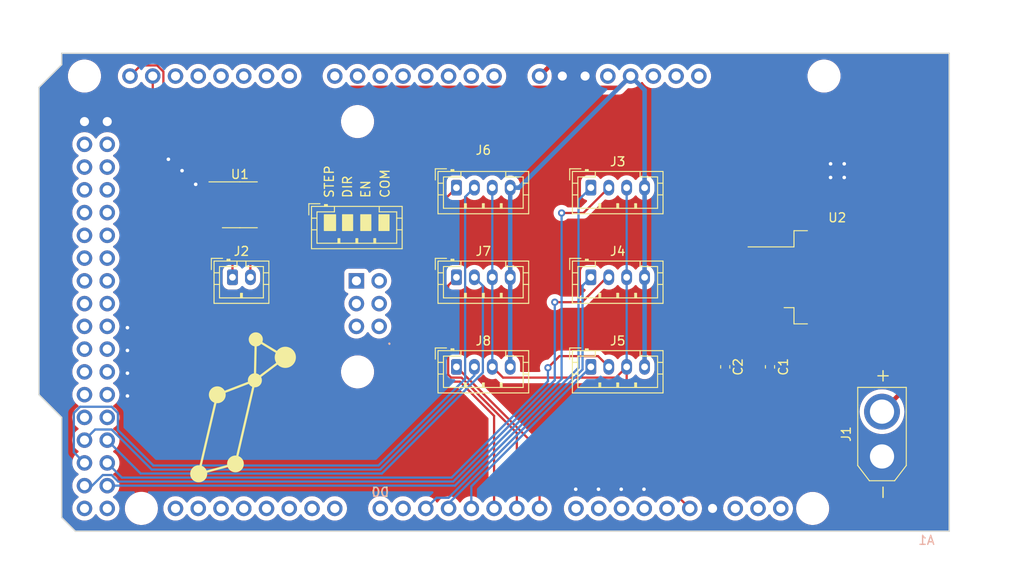
<source format=kicad_pcb>
(kicad_pcb (version 20221018) (generator pcbnew)
  (layers (0 "F.Cu" signal) (31 "B.Cu" signal) (34 "B.Paste" user) (35 "F.Paste" user) (36 "B.SilkS" user "B.Silkscreen") (37 "F.SilkS" user "F.Silkscreen") (38 "B.Mask" user) (39 "F.Mask" user) (44 "Edge.Cuts" user))
  (net 0 "")
  (net 1 "GND")
  (net 2 "Net-(U2-OUT)")
  (net 3 "Net-(A1-CANTX)")
  (net 4 "Net-(A1-3.3V)")
  (net 5 "Net-(A1-CANRX)")
  (net 7 "Net-(U1-CANL)")
  (net 8 "Net-(U1-CANH)")
  (net 10 "Net-(A1-PadD2)")
  (net 11 "Net-(A1-PadD22)")
  (net 12 "Net-(A1-PadD13)")
  (net 13 "Net-(A1-PadD3)")
  (net 14 "Net-(A1-PadD23)")
  (net 15 "Net-(A1-D4_CS1)")
  (net 16 "Net-(A1-PadD24)")
  (net 17 "Net-(A1-PadD5)")
  (net 18 "Net-(A1-PadD25)")
  (net 19 "Net-(A1-PadD6)")
  (net 20 "Net-(A1-PadD26)")
  (net 21 "Net-(A1-PadD7)")
  (net 22 "Net-(A1-PadD27)")
  (net 92 "Net-(J1-Pin_2)")
  (footprint "Connector_JST:JST_PH_B4B-PH-K_1x04_P2.00mm_Vertical" (layer "F.Cu") (at 70 40)
    (fp_text reference "J6" (at 3 -4.186) (layer "F.SilkS"))
    (fp_text value "Motor 4")
    (pad "1" thru_hole roundrect (at 0 0) (size 1.2 1.75) (drill 0.75) (layers "*.Cu" "*.Mask") (roundrect_rratio 0.208333) (net 17 "Net-(A1-PadD5)"))
    (pad "2" thru_hole oval (at 2 0) (size 1.2 1.75) (drill 0.75) (layers "*.Cu" "*.Mask") (net 18 "Net-(A1-PadD25)"))
    (pad "3" thru_hole oval (at 4 0) (size 1.2 1.75) (drill 0.75) (layers "*.Cu" "*.Mask") (net 12 "Net-(A1-PadD13)"))
    (pad "4" thru_hole oval (at 6 0) (size 1.2 1.75) (drill 0.75) (layers "*.Cu" "*.Mask") (net 4 "Net-(A1-3.3V)"))
  )
  (footprint "Connector_JST:JST_PH_B4B-PH-K_1x04_P2.00mm_Vertical" (layer "F.Cu") (at 70 60)
    (fp_text reference "J8" (at 3 -2.9) (layer "F.SilkS"))
    (fp_text value "Motor 6")
    (pad "1" thru_hole roundrect (at 0 0) (size 1.2 1.75) (drill 0.75) (layers "*.Cu" "*.Mask") (roundrect_rratio 0.208333) (net 21 "Net-(A1-PadD7)"))
    (pad "2" thru_hole oval (at 2 0) (size 1.2 1.75) (drill 0.75) (layers "*.Cu" "*.Mask") (net 22 "Net-(A1-PadD27)"))
    (pad "3" thru_hole oval (at 4 0) (size 1.2 1.75) (drill 0.75) (layers "*.Cu" "*.Mask") (net 12 "Net-(A1-PadD13)"))
    (pad "4" thru_hole oval (at 6 0) (size 1.2 1.75) (drill 0.75) (layers "*.Cu" "*.Mask") (net 4 "Net-(A1-3.3V)"))
  )
  (footprint "Capacitor_SMD:C_0603_1608Metric_Pad1.08x0.95mm_HandSolder" (layer "F.Cu") (at 100 60 -90)
    (fp_text reference "C2" (at 0 -1.43 90) (layer "F.SilkS"))
    (fp_text value "1u")
    (pad "1" smd roundrect (at -0.8625 0 270) (size 1.075 0.95) (layers "F.Cu" "F.Paste" "F.Mask") (net 2 "Net-(U2-OUT)"))
    (pad "2" smd roundrect (at 0.8625 0 270) (size 1.075 0.95) (layers "F.Cu" "F.Paste" "F.Mask") (net 1 "GND"))
  )
  (footprint "Connector_JST:JST_PH_B4B-PH-K_1x04_P2.00mm_Vertical" (layer "F.Cu") (at 55.88 43.9)
    (fp_text reference "" (at 3 -4.186) (layer "F.SilkS"))
    (fp_text value "")
    (fp_text user "EN" (at 4.572 -2.667 90 unlocked) (layer "F.SilkS") (effects (justify left bottom)))
    (fp_text user "COM" (at 6.731 -2.667 90 unlocked) (layer "F.SilkS") (effects (justify left bottom)))
    (fp_text user "STEP" (at 0.508 -2.667 90 unlocked) (layer "F.SilkS") (effects (justify left bottom)))
    (fp_text user "DIR" (at 2.54 -2.667 90 unlocked) (layer "F.SilkS") (effects (justify left bottom)))
  )
  (footprint "Package_SO:SOIC-8_3.9x4.9mm_P1.27mm" (layer "F.Cu") (at 45.8216 41.91)
    (fp_text reference "U1" (at 0 -3.4) (layer "F.SilkS"))
    (fp_text value "SN65HVD232")
    (pad "1" smd roundrect (at -2.475 -1.905) (size 1.95 0.6) (layers "F.Cu" "F.Paste" "F.Mask") (net 3 "Net-(A1-CANTX)"))
    (pad "2" smd roundrect (at -2.475 -0.635) (size 1.95 0.6) (layers "F.Cu" "F.Paste" "F.Mask") (net 1 "GND"))
    (pad "3" smd roundrect (at -2.475 0.635) (size 1.95 0.6) (layers "F.Cu" "F.Paste" "F.Mask") (net 4 "Net-(A1-3.3V)"))
    (pad "4" smd roundrect (at -2.475 1.905) (size 1.95 0.6) (layers "F.Cu" "F.Paste" "F.Mask") (net 5 "Net-(A1-CANRX)"))
    (pad "5" smd roundrect (at 2.475 1.905) (size 1.95 0.6) (layers "F.Cu" "F.Paste" "F.Mask"))
    (pad "6" smd roundrect (at 2.475 0.635) (size 1.95 0.6) (layers "F.Cu" "F.Paste" "F.Mask") (net 7 "Net-(U1-CANL)"))
    (pad "7" smd roundrect (at 2.475 -0.635) (size 1.95 0.6) (layers "F.Cu" "F.Paste" "F.Mask") (net 8 "Net-(U1-CANH)"))
    (pad "8" smd roundrect (at 2.475 -1.905) (size 1.95 0.6) (layers "F.Cu" "F.Paste" "F.Mask"))
  )
  (footprint "clipboard:a981ba70-b877-4e0c-89a4-b6b433d38724" (layer "F.Cu") (at 67.056 37.846)
    (fp_text reference "" (at 0 0) (layer "F.SilkS") (effects (font (size 1.27 1.27))))
    (fp_text value "" (at 0 0) (layer "F.SilkS") (effects (font (size 1.27 1.27))))
  )
  (footprint "Connector_JST:JST_PH_B4B-PH-K_1x04_P2.00mm_Vertical" (layer "F.Cu") (at 85 60)
    (fp_text reference "J5" (at 3 -2.9) (layer "F.SilkS"))
    (fp_text value "Motor 3")
    (pad "1" thru_hole roundrect (at 0 0) (size 1.2 1.75) (drill 0.75) (layers "*.Cu" "*.Mask") (roundrect_rratio 0.208333) (net 15 "Net-(A1-D4_CS1)"))
    (pad "2" thru_hole oval (at 2 0) (size 1.2 1.75) (drill 0.75) (layers "*.Cu" "*.Mask") (net 16 "Net-(A1-PadD24)"))
    (pad "3" thru_hole oval (at 4 0) (size 1.2 1.75) (drill 0.75) (layers "*.Cu" "*.Mask") (net 12 "Net-(A1-PadD13)"))
    (pad "4" thru_hole oval (at 6 0) (size 1.2 1.75) (drill 0.75) (layers "*.Cu" "*.Mask") (net 4 "Net-(A1-3.3V)"))
  )
  (footprint "arduino-library:Arduino_Due_Shield" (layer "F.Cu") (at 125 25 180)
    (fp_text reference "A1" (at 2.54 -54.356) (layer "B.SilkS") (effects (justify mirror)))
    (fp_text value "Arduino_Due_Shield")
    (fp_text user "D0" (at 63.5 -48.895 180 unlocked) (layer "B.SilkS") (effects (justify mirror)))
    (fp_text user "." (at 62.484 -32.004) (layer "B.SilkS"))
    (fp_text user "." (at 62.484 -32.004) (layer "F.SilkS"))
    (fp_text user "D0" (at 63.5 -48.895 180 unlocked) (layer "F.SilkS"))
    (fp_line (start 0 -53.34) (end 0 0) (stroke (width 0.15)) (layer "Edge.Cuts"))
    (fp_line (start 0 -53.34) (end 97.536 -53.34) (stroke (width 0.15)) (layer "Edge.Cuts"))
    (fp_line (start 0 0) (end 99.06 0) (stroke (width 0.15)) (layer "Edge.Cuts"))
    (fp_line (start 97.536 -53.34) (end 99.06 -51.816) (stroke (width 0.15)) (layer "Edge.Cuts"))
    (fp_line (start 99.06 -40.64) (end 99.06 -51.816) (stroke (width 0.15)) (layer "Edge.Cuts"))
    (fp_line (start 99.06 -1.27) (end 101.6 -3.81) (stroke (width 0.15)) (layer "Edge.Cuts"))
    (fp_line (start 99.06 0) (end 99.06 -1.27) (stroke (width 0.15)) (layer "Edge.Cuts"))
    (fp_line (start 101.6 -38.1) (end 99.06 -40.64) (stroke (width 0.15)) (layer "Edge.Cuts"))
    (fp_line (start 101.6 -3.81) (end 101.6 -38.1) (stroke (width 0.15)) (layer "Edge.Cuts"))
    (pad "" np_thru_hole circle (at 13.97 -2.54 180) (size 3.2 3.2) (drill 3.2) (layers "*.Cu" "*.Mask"))
    (pad "" np_thru_hole circle (at 15.24 -50.8 180) (size 3.2 3.2) (drill 3.2) (layers "*.Cu" "*.Mask"))
    (pad "" thru_hole oval (at 27.94 -2.54 180) (size 1.7272 1.7272) (drill 1.016) (layers "*.Cu" "*.Mask"))
    (pad "" np_thru_hole circle (at 66.04 -35.56 180) (size 3.2 3.2) (drill 3.2) (layers "*.Cu" "*.Mask"))
    (pad "" np_thru_hole circle (at 66.04 -7.62 180) (size 3.2 3.2) (drill 3.2) (layers "*.Cu" "*.Mask"))
    (pad "" np_thru_hole circle (at 90.17 -50.8 180) (size 3.2 3.2) (drill 3.2) (layers "*.Cu" "*.Mask"))
    (pad "" np_thru_hole circle (at 96.52 -2.54 180) (size 3.2 3.2) (drill 3.2) (layers "*.Cu" "*.Mask"))
    (pad "3V3" thru_hole oval (at 35.56 -2.54 180) (size 1.7272 1.7272) (drill 1.016) (layers "*.Cu" "*.Mask") (net 4 "Net-(A1-3.3V)"))
    (pad "5V1" thru_hole oval (at 38.1 -2.54 180) (size 1.7272 1.7272) (drill 1.016) (layers "*.Cu" "*.Mask"))
    (pad "5V2" thru_hole oval (at 66.167 -30.48 180) (size 1.7272 1.7272) (drill 1.016) (layers "*.Cu" "*.Mask"))
    (pad "5V3" thru_hole oval (at 93.98 -50.8 180) (size 1.7272 1.7272) (drill 1.016) (layers "*.Cu" "*.Mask"))
    (pad "5V4" thru_hole oval (at 96.52 -50.8 180) (size 1.7272 1.7272) (drill 1.016) (layers "*.Cu" "*.Mask"))
    (pad "A0" thru_hole oval (at 50.8 -2.54 180) (size 1.7272 1.7272) (drill 1.016) (layers "*.Cu" "*.Mask"))
    (pad "A1" thru_hole oval (at 53.34 -2.54 180) (size 1.7272 1.7272) (drill 1.016) (layers "*.Cu" "*.Mask"))
    (pad "A2" thru_hole oval (at 55.88 -2.54 180) (size 1.7272 1.7272) (drill 1.016) (layers "*.Cu" "*.Mask"))
    (pad "A3" thru_hole oval (at 58.42 -2.54 180) (size 1.7272 1.7272) (drill 1.016) (layers "*.Cu" "*.Mask"))
    (pad "A4" thru_hole oval (at 60.96 -2.54 180) (size 1.7272 1.7272) (drill 1.016) (layers "*.Cu" "*.Mask"))
    (pad "A5" thru_hole oval (at 63.5 -2.54 180) (size 1.7272 1.7272) (drill 1.016) (layers "*.Cu" "*.Mask"))
    (pad "A6" thru_hole oval (at 66.04 -2.54 180) (size 1.7272 1.7272) (drill 1.016) (layers "*.Cu" "*.Mask"))
    (pad "A7" thru_hole oval (at 68.58 -2.54 180) (size 1.7272 1.7272) (drill 1.016) (layers "*.Cu" "*.Mask"))
    (pad "A8" thru_hole oval (at 73.66 -2.54 180) (size 1.7272 1.7272) (drill 1.016) (layers "*.Cu" "*.Mask"))
    (pad "A9" thru_hole oval (at 76.2 -2.54 180) (size 1.7272 1.7272) (drill 1.016) (layers "*.Cu" "*.Mask"))
    (pad "A10" thru_hole oval (at 78.74 -2.54 180) (size 1.7272 1.7272) (drill 1.016) (layers "*.Cu" "*.Mask"))
    (pad "A11" thru_hole oval (at 81.28 -2.54 180) (size 1.7272 1.7272) (drill 1.016) (layers "*.Cu" "*.Mask"))
    (pad "AREF" thru_hole oval (at 23.876 -50.8 180) (size 1.7272 1.7272) (drill 1.016) (layers "*.Cu" "*.Mask"))
    (pad "CANR" thru_hole oval (at 88.9 -2.54 180) (size 1.7272 1.7272) (drill 1.016) (layers "*.Cu" "*.Mask") (net 5 "Net-(A1-CANRX)"))
    (pad "CANT" thru_hole oval (at 91.44 -2.54 180) (size 1.7272 1.7272) (drill 1.016) (layers "*.Cu" "*.Mask") (net 3 "Net-(A1-CANTX)"))
    (pad "D0" thru_hole oval (at 63.5 -50.8 180) (size 1.7272 1.7272) (drill 1.016) (layers "*.Cu" "*.Mask"))
    (pad "D1" thru_hole oval (at 60.96 -50.8 180) (size 1.7272 1.7272) (drill 1.016) (layers "*.Cu" "*.Mask"))
    (pad "D2" thru_hole oval (at 58.42 -50.8 180) (size 1.7272 1.7272) (drill 1.016) (layers "*.Cu" "*.Mask") (net 10 "Net-(A1-PadD2)"))
    (pad "D3" thru_hole oval (at 55.88 -50.8 180) (size 1.7272 1.7272) (drill 1.016) (layers "*.Cu" "*.Mask") (net 13 "Net-(A1-PadD3)"))
    (pad "D4" thru_hole oval (at 53.34 -50.8 180) (size 1.7272 1.7272) (drill 1.016) (layers "*.Cu" "*.Mask") (net 15 "Net-(A1-D4_CS1)"))
    (pad "D5" thru_hole oval (at 50.8 -50.8 180) (size 1.7272 1.7272) (drill 1.016) (layers "*.Cu" "*.Mask") (net 17 "Net-(A1-PadD5)"))
    (pad "D6" thru_hole oval (at 48.26 -50.8 180) (size 1.7272 1.7272) (drill 1.016) (layers "*.Cu" "*.Mask") (net 19 "Net-(A1-PadD6)"))
    (pad "D7" thru_hole oval (at 45.72 -50.8 180) (size 1.7272 1.7272) (drill 1.016) (layers "*.Cu" "*.Mask") (net 21 "Net-(A1-PadD7)"))
    (pad "D8" thru_hole oval (at 41.656 -50.8 180) (size 1.7272 1.7272) (drill 1.016) (layers "*.Cu" "*.Mask"))
    (pad "D9" thru_hole oval (at 39.116 -50.8 180) (size 1.7272 1.7272) (drill 1.016) (layers "*.Cu" "*.Mask"))
    (pad "D10" thru_hole oval (at 36.576 -50.8 180) (size 1.7272 1.7272) (drill 1.016) (layers "*.Cu" "*.Mask"))
    (pad "D11" thru_hole oval (at 34.036 -50.8 180) (size 1.7272 1.7272) (drill 1.016) (layers "*.Cu" "*.Mask"))
    (pad "D12" thru_hole oval (at 31.496 -50.8 180) (size 1.7272 1.7272) (drill 1.016) (layers "*.Cu" "*.Mask"))
    (pad "D13" thru_hole oval (at 28.956 -50.8 180) (size 1.7272 1.7272) (drill 1.016) (layers "*.Cu" "*.Mask") (net 12 "Net-(A1-PadD13)"))
    (pad "D14" thru_hole oval (at 68.58 -50.8 180) (size 1.7272 1.7272) (drill 1.016) (layers "*.Cu" "*.Mask"))
    (pad "D15" thru_hole oval (at 71.12 -50.8 180) (size 1.7272 1.7272) (drill 1.016) (layers "*.Cu" "*.Mask"))
    (pad "D16" thru_hole oval (at 73.66 -50.8 180) (size 1.7272 1.7272) (drill 1.016) (layers "*.Cu" "*.Mask"))
    (pad "D17" thru_hole oval (at 76.2 -50.8 180) (size 1.7272 1.7272) (drill 1.016) (layers "*.Cu" "*.Mask"))
    (pad "D18" thru_hole oval (at 78.74 -50.8 180) (size 1.7272 1.7272) (drill 1.016) (layers "*.Cu" "*.Mask"))
    (pad "D19" thru_hole oval (at 81.28 -50.8 180) (size 1.7272 1.7272) (drill 1.016) (layers "*.Cu" "*.Mask"))
    (pad "D20" thru_hole oval (at 83.82 -50.8 180) (size 1.7272 1.7272) (drill 1.016) (layers "*.Cu" "*.Mask"))
    (pad "D21" thru_hole oval (at 86.36 -50.8 180) (size 1.7272 1.7272) (drill 1.016) (layers "*.Cu" "*.Mask"))
    (pad "D22" thru_hole oval (at 93.98 -48.26 180) (size 1.7272 1.7272) (drill 1.016) (layers "*.Cu" "*.Mask") (net 11 "Net-(A1-PadD22)"))
    (pad "D23" thru_hole oval (at 96.52 -48.26 180) (size 1.7272 1.7272) (drill 1.016) (layers "*.Cu" "*.Mask") (net 14 "Net-(A1-PadD23)"))
    (pad "D24" thru_hole oval (at 93.98 -45.72 180) (size 1.7272 1.7272) (drill 1.016) (layers "*.Cu" "*.Mask") (net 16 "Net-(A1-PadD24)"))
    (pad "D25" thru_hole oval (at 96.52 -45.72 180) (size 1.7272 1.7272) (drill 1.016) (layers "*.Cu" "*.Mask") (net 18 "Net-(A1-PadD25)"))
    (pad "D26" thru_hole oval (at 93.98 -43.18 180) (size 1.7272 1.7272) (drill 1.016) (layers "*.Cu" "*.Mask") (net 20 "Net-(A1-PadD26)"))
    (pad "D27" thru_hole oval (at 96.52 -43.18 180) (size 1.7272 1.7272) (drill 1.016) (layers "*.Cu" "*.Mask") (net 22 "Net-(A1-PadD27)"))
    (pad "D28" thru_hole oval (at 93.98 -40.64 180) (size 1.7272 1.7272) (drill 1.016) (layers "*.Cu" "*.Mask"))
    (pad "D29" thru_hole oval (at 96.52 -40.64 180) (size 1.7272 1.7272) (drill 1.016) (layers "*.Cu" "*.Mask"))
    (pad "D30" thru_hole oval (at 93.98 -38.1 180) (size 1.7272 1.7272) (drill 1.016) (layers "*.Cu" "*.Mask"))
    (pad "D31" thru_hole oval (at 96.52 -38.1 180) (size 1.7272 1.7272) (drill 1.016) (layers "*.Cu" "*.Mask"))
    (pad "D32" thru_hole oval (at 93.98 -35.56 180) (size 1.7272 1.7272) (drill 1.016) (layers "*.Cu" "*.Mask"))
    (pad "D33" thru_hole oval (at 96.52 -35.56 180) (size 1.7272 1.7272) (drill 1.016) (layers "*.Cu" "*.Mask"))
    (pad "D34" thru_hole oval (at 93.98 -33.02 180) (size 1.7272 1.7272) (drill 1.016) (layers "*.Cu" "*.Mask"))
    (pad "D35" thru_hole oval (at 96.52 -33.02 180) (size 1.7272 1.7272) (drill 1.016) (layers "*.Cu" "*.Mask"))
    (pad "D36" thru_hole oval (at 93.98 -30.48 180) (size 1.7272 1.7272) (drill 1.016) (layers "*.Cu" "*.Mask"))
    (pad "D37" thru_hole oval (at 96.52 -30.48 180) (size 1.7272 1.7272) (drill 1.016) (layers "*.Cu" "*.Mask"))
    (pad "D38" thru_hole oval (at 93.98 -27.94 180) (size 1.7272 1.7272) (drill 1.016) (layers "*.Cu" "*.Mask"))
    (pad "D39" thru_hole oval (at 96.52 -27.94 180) (size 1.7272 1.7272) (drill 1.016) (layers "*.Cu" "*.Mask"))
    (pad "D40" thru_hole oval (at 93.98 -25.4 180) (size 1.7272 1.7272) (drill 1.016) (layers "*.Cu" "*.Mask"))
    (pad "D41" thru_hole oval (at 96.52 -25.4 180) (size 1.7272 1.7272) (drill 1.016) (layers "*.Cu" "*.Mask"))
    (pad "D42" thru_hole oval (at 93.98 -22.86 180) (size 1.7272 1.7272) (drill 1.016) (layers "*.Cu" "*.Mask"))
    (pad "D43" thru_hole oval (at 96.52 -22.86 180) (size 1.7272 1.7272) (drill 1.016) (layers "*.Cu" "*.Mask"))
    (pad "D44" thru_hole oval (at 93.98 -20.32 180) (size 1.7272 1.7272) (drill 1.016) (layers "*.Cu" "*.Mask"))
    (pad "D45" thru_hole oval (at 96.52 -20.32 180) (size 1.7272 1.7272) (drill 1.016) (layers "*.Cu" "*.Mask"))
    (pad "D46" thru_hole oval (at 93.98 -17.78 180) (size 1.7272 1.7272) (drill 1.016) (layers "*.Cu" "*.Mask"))
    (pad "D47" thru_hole oval (at 96.52 -17.78 180) (size 1.7272 1.7272) (drill 1.016) (layers "*.Cu" "*.Mask"))
    (pad "D48" thru_hole oval (at 93.98 -15.24 180) (size 1.7272 1.7272) (drill 1.016) (layers "*.Cu" "*.Mask"))
    (pad "D49" thru_hole oval (at 96.52 -15.24 180) (size 1.7272 1.7272) (drill 1.016) (layers "*.Cu" "*.Mask"))
    (pad "D50" thru_hole oval (at 93.98 -12.7 180) (size 1.7272 1.7272) (drill 1.016) (layers "*.Cu" "*.Mask"))
    (pad "D51" thru_hole oval (at 96.52 -12.7 180) (size 1.7272 1.7272) (drill 1.016) (layers "*.Cu" "*.Mask"))
    (pad "D52" thru_hole oval (at 93.98 -10.16 180) (size 1.7272 1.7272) (drill 1.016) (layers "*.Cu" "*.Mask"))
    (pad "D53" thru_hole oval (at 96.52 -10.16 180) (size 1.7272 1.7272) (drill 1.016) (layers "*.Cu" "*.Mask"))
    (pad "DAC0" thru_hole oval (at 83.82 -2.54 180) (size 1.7272 1.7272) (drill 1.016) (layers "*.Cu" "*.Mask"))
    (pad "DAC1" thru_hole oval (at 86.36 -2.54 180) (size 1.7272 1.7272) (drill 1.016) (layers "*.Cu" "*.Mask"))
    (pad "GND1" thru_hole rect (at 26.416 -50.8 180) (size 1.7272 1.7272) (drill 1.016) (layers "*.Cu" "*.Mask") (net 1 "GND"))
    (pad "GND2" thru_hole rect (at 40.64 -2.54 180) (size 1.7272 1.7272) (drill 1.016) (layers "*.Cu" "*.Mask") (net 1 "GND"))
    (pad "GND3" thru_hole rect (at 43.18 -2.54 180) (size 1.7272 1.7272) (drill 1.016) (layers "*.Cu" "*.Mask") (net 1 "GND"))
    (pad "GND4" thru_hole rect (at 66.167 -25.4 180) (size 1.7272 1.7272) (drill 1.016) (layers "*.Cu" "*.Mask"))
    (pad "GND5" thru_hole rect (at 93.98 -7.62 180) (size 1.7272 1.7272) (drill 1.016) (layers "*.Cu" "*.Mask") (net 1 "GND"))
    (pad "GND6" thru_hole rect (at 96.52 -7.62 180) (size 1.7272 1.7272) (drill 1.016) (layers "*.Cu" "*.Mask") (net 1 "GND"))
    (pad "IORF" thru_hole oval (at 30.48 -2.54 180) (size 1.7272 1.7272) (drill 1.016) (layers "*.Cu" "*.Mask"))
    (pad "MISO" thru_hole oval (at 63.627 -30.48 180) (size 1.7272 1.7272) (drill 1.016) (layers "*.Cu" "*.Mask"))
    (pad "MOSI" thru_hole oval (at 66.167 -27.94 180) (size 1.7272 1.7272) (drill 1.016) (layers "*.Cu" "*.Mask"))
    (pad "RST1" thru_hole oval (at 33.02 -2.54 180) (size 1.7272 1.7272) (drill 1.016) (layers "*.Cu" "*.Mask"))
    (pad "RST2" thru_hole oval (at 63.627 -25.4 180) (size 1.7272 1.7272) (drill 1.016) (layers "*.Cu" "*.Mask"))
    (pad "SCK" thru_hole oval (at 63.627 -27.94 180) (size 1.7272 1.7272) (drill 1.016) (layers "*.Cu" "*.Mask"))
    (pad "SCL1" thru_hole oval (at 18.796 -50.8 180) (size 1.7272 1.7272) (drill 1.016) (layers "*.Cu" "*.Mask"))
    (pad "SDA1" thru_hole oval (at 21.336 -50.8 180) (size 1.7272 1.7272) (drill 1.016) (layers "*.Cu" "*.Mask"))
    (pad "VIN" thru_hole oval (at 45.72 -2.54 180) (size 1.7272 1.7272) (drill 1.016) (layers "*.Cu" "*.Mask") (net 2 "Net-(U2-OUT)"))
  )
  (footprint "Connector_AMASS:AMASS_XT30U-F_1x02_P5.0mm_Vertical" (layer "F.Cu") (at 117.5 70 90)
    (fp_text reference "J1" (at 2.5 -4 90) (layer "F.SilkS"))
    (fp_text value "Power In")
    (fp_text user "+" (at 9 0 90) (layer "F.SilkS") (effects (font (size 1.5 1.5))))
    (fp_text user "-" (at -4 0 90) (layer "F.SilkS") (effects (font (size 1.5 1.5))))
    (pad "1" thru_hole rect (at 0 0 90) (size 3.8 3.8) (drill 2.7) (layers "*.Cu" "*.Mask") (net 1 "GND"))
    (pad "2" thru_hole circle (at 5 0 90) (size 4 4) (drill 2.7) (layers "*.Cu" "*.Mask") (net 92 "Net-(J1-Pin_2)"))
  )
  (footprint "Connector_JST:JST_PH_B2B-PH-K_1x02_P2.00mm_Vertical" (layer "F.Cu") (at 45 50)
    (fp_text reference "J2" (at 1 -2.9) (layer "F.SilkS"))
    (fp_text value "CAN")
    (pad "1" thru_hole roundrect (at 0 0) (size 1.2 1.75) (drill 0.75) (layers "*.Cu" "*.Mask") (roundrect_rratio 0.208333) (net 8 "Net-(U1-CANH)"))
    (pad "2" thru_hole oval (at 2 0) (size 1.2 1.75) (drill 0.75) (layers "*.Cu" "*.Mask") (net 7 "Net-(U1-CANL)"))
  )
  (footprint "Package_TO_SOT_SMD:TO-263-2" (layer "F.Cu") (at 112.5 50)
    (fp_text reference "U2" (at 0 -6.65) (layer "F.SilkS"))
    (fp_text value "L7812")
    (pad "1" smd roundrect (at -7.65 -2.54) (size 4.6 1.1) (layers "F.Cu" "F.Paste" "F.Mask") (roundrect_rratio 0.227273) (net 92 "Net-(J1-Pin_2)"))
    (pad "2" smd roundrect (at -0.925 -2.775) (size 4.55 5.25) (layers "F.Cu" "F.Paste") (roundrect_rratio 0.054945) (net 1 "GND"))
    (pad "2" smd roundrect (at -0.925 2.775) (size 4.55 5.25) (layers "F.Cu" "F.Paste") (roundrect_rratio 0.054945) (net 1 "GND"))
    (pad "2" smd roundrect (at 1.5 0) (size 9.4 10.8) (layers "F.Cu" "F.Mask") (roundrect_rratio 0.026596) (net 1 "GND"))
    (pad "2" smd roundrect (at 3.925 -2.775) (size 4.55 5.25) (layers "F.Cu" "F.Paste") (roundrect_rratio 0.054945) (net 1 "GND"))
    (pad "2" smd roundrect (at 3.925 2.775) (size 4.55 5.25) (layers "F.Cu" "F.Paste") (roundrect_rratio 0.054945) (net 1 "GND"))
    (pad "3" smd roundrect (at -7.65 2.54) (size 4.6 1.1) (layers "F.Cu" "F.Paste" "F.Mask") (roundrect_rratio 0.227273) (net 2 "Net-(U2-OUT)"))
  )
  (footprint "Connector_JST:JST_PH_B4B-PH-K_1x04_P2.00mm_Vertical" (layer "F.Cu") (at 70 50)
    (fp_text reference "J7" (at 3 -2.9) (layer "F.SilkS"))
    (fp_text value "Motor 5")
    (pad "1" thru_hole roundrect (at 0 0) (size 1.2 1.75) (drill 0.75) (layers "*.Cu" "*.Mask") (roundrect_rratio 0.208333) (net 19 "Net-(A1-PadD6)"))
    (pad "2" thru_hole oval (at 2 0) (size 1.2 1.75) (drill 0.75) (layers "*.Cu" "*.Mask") (net 20 "Net-(A1-PadD26)"))
    (pad "3" thru_hole oval (at 4 0) (size 1.2 1.75) (drill 0.75) (layers "*.Cu" "*.Mask") (net 12 "Net-(A1-PadD13)"))
    (pad "4" thru_hole oval (at 6 0) (size 1.2 1.75) (drill 0.75) (layers "*.Cu" "*.Mask") (net 4 "Net-(A1-3.3V)"))
  )
  (footprint "Connector_JST:JST_PH_B4B-PH-K_1x04_P2.00mm_Vertical" (layer "F.Cu") (at 85 40)
    (fp_text reference "J3" (at 3 -2.9) (layer "F.SilkS"))
    (fp_text value "Motor 1")
    (pad "1" thru_hole roundrect (at 0 0) (size 1.2 1.75) (drill 0.75) (layers "*.Cu" "*.Mask") (roundrect_rratio 0.208333) (net 10 "Net-(A1-PadD2)"))
    (pad "2" thru_hole oval (at 2 0) (size 1.2 1.75) (drill 0.75) (layers "*.Cu" "*.Mask") (net 11 "Net-(A1-PadD22)"))
    (pad "3" thru_hole oval (at 4 0) (size 1.2 1.75) (drill 0.75) (layers "*.Cu" "*.Mask") (net 12 "Net-(A1-PadD13)"))
    (pad "4" thru_hole oval (at 6 0) (size 1.2 1.75) (drill 0.75) (layers "*.Cu" "*.Mask") (net 4 "Net-(A1-3.3V)"))
  )
  (footprint "Capacitor_SMD:C_0603_1608Metric_Pad1.08x0.95mm_HandSolder" (layer "F.Cu") (at 105 60 90)
    (fp_text reference "C1" (at 0 1.49 90) (layer "F.SilkS"))
    (fp_text value "0.33u")
    (pad "1" smd roundrect (at -0.8625 0 90) (size 1.075 0.95) (layers "F.Cu" "F.Paste" "F.Mask") (net 1 "GND"))
    (pad "2" smd roundrect (at 0.8625 0 90) (size 1.075 0.95) (layers "F.Cu" "F.Paste" "F.Mask") (net 92 "Net-(J1-Pin_2)"))
  )
  (footprint "Connector_JST:JST_PH_B4B-PH-K_1x04_P2.00mm_Vertical" (layer "F.Cu") (at 85 50)
    (fp_text reference "J4" (at 3 -2.9) (layer "F.SilkS"))
    (fp_text value "Motor 2")
    (pad "1" thru_hole roundrect (at 0 0) (size 1.2 1.75) (drill 0.75) (layers "*.Cu" "*.Mask") (roundrect_rratio 0.208333) (net 13 "Net-(A1-PadD3)"))
    (pad "2" thru_hole oval (at 2 0) (size 1.2 1.75) (drill 0.75) (layers "*.Cu" "*.Mask") (net 14 "Net-(A1-PadD23)"))
    (pad "3" thru_hole oval (at 4 0) (size 1.2 1.75) (drill 0.75) (layers "*.Cu" "*.Mask") (net 12 "Net-(A1-PadD13)"))
    (pad "4" thru_hole oval (at 6 0) (size 1.2 1.75) (drill 0.75) (layers "*.Cu" "*.Mask") (net 4 "Net-(A1-3.3V)"))
  )
  (gr_circle (center 41.229757 71.934172) (end 42.106267 71.934172) (stroke (width 0.15)) (fill solid) (layer "F.SilkS"))
  (gr_circle (center 47.5 61.5) (end 48.209962 61.5) (stroke (width 0.15)) (fill solid) (layer "F.SilkS"))
  (gr_line (start 41.229757 71.934172) (end 43.303254 63.115494) (stroke (width 0.25)) (layer "F.SilkS"))
  (gr_circle (center 43.303254 63.115494) (end 44.168499 63.115494) (stroke (width 0.15)) (fill solid) (layer "F.SilkS"))
  (gr_line (start 45.332465 70.832033) (end 47.5 61.5) (stroke (width 0.25)) (layer "F.SilkS"))
  (gr_circle (center 45.332465 70.832033) (end 46.19242 70.832033) (stroke (width 0.15)) (fill solid) (layer "F.SilkS"))
  (gr_line (start 43.303254 63.115494) (end 47.5 61.5) (stroke (width 0.25)) (layer "F.SilkS"))
  (gr_circle (center 50.897827 58.935791) (end 52.005593 58.935791) (stroke (width 0.15)) (fill solid) (layer "F.SilkS"))
  (gr_line (start 50.897827 58.935791) (end 47.5 61.5) (stroke (width 0.25)) (layer "F.SilkS"))
  (gr_line (start 47.600556 56.934172) (end 50.897827 58.935791) (stroke (width 0.25)) (layer "F.SilkS"))
  (gr_circle (center 47.600556 56.934172) (end 48.315623 56.934172) (stroke (width 0.15)) (fill solid) (layer "F.SilkS"))
  (gr_line (start 41.229757 71.934172) (end 45.332465 70.832033) (stroke (width 0.25)) (layer "F.SilkS"))
  (gr_line (start 47.5 61.5) (end 47.600556 56.934172) (stroke (width 0.25)) (layer "F.SilkS"))
  (via (at 111.76 37.338) (size 0.8) (drill 0.4) (layers "F.Cu" "B.Cu") (net 1))
  (via (at 33.274 60.706) (size 0.8) (drill 0.4) (layers "F.Cu" "B.Cu") (net 1))
  (via (at 39.37 38.1) (size 0.8) (drill 0.4) (layers "F.Cu" "B.Cu") (net 1))
  (via (at 113.284 37.338) (size 0.8) (drill 0.4) (layers "F.Cu" "B.Cu") (net 1))
  (via (at 90.932 73.66) (size 0.8) (drill 0.4) (layers "F.Cu" "B.Cu") (net 1))
  (via (at 113.284 38.862) (size 0.8) (drill 0.4) (layers "F.Cu" "B.Cu") (net 1))
  (via (at 40.894 39.624) (size 0.8) (drill 0.4) (layers "F.Cu" "B.Cu") (net 1))
  (via (at 33.274 63.246) (size 0.8) (drill 0.4) (layers "F.Cu" "B.Cu") (net 1))
  (via (at 83.312 73.66) (size 0.8) (drill 0.4) (layers "F.Cu" "B.Cu") (net 1))
  (via (at 88.392 73.66) (size 0.8) (drill 0.4) (layers "F.Cu" "B.Cu") (net 1))
  (via (at 33.274 58.166) (size 0.8) (drill 0.4) (layers "F.Cu" "B.Cu") (net 1))
  (via (at 85.852 73.66) (size 0.8) (drill 0.4) (layers "F.Cu" "B.Cu") (net 1))
  (via (at 111.76 38.862) (size 0.8) (drill 0.4) (layers "F.Cu" "B.Cu") (net 1))
  (via (at 37.846 36.83) (size 0.8) (drill 0.4) (layers "F.Cu" "B.Cu") (net 1))
  (via (at 33.274 55.626) (size 0.8) (drill 0.4) (layers "F.Cu" "B.Cu") (net 1))
  (segment (start 104.85 52.54) (end 101.2444 48.9344) (width 0.5) (layer "F.Cu") (net 2))
  (segment (start 104.8512 54.2863) (end 104.8512 52.5412) (width 0.25) (layer "F.Cu") (net 2))
  (segment (start 80.912 25.908) (end 79.28 27.54) (width 0.5) (layer "F.Cu") (net 2))
  (segment (start 101.2444 25.908) (end 80.912 25.908) (width 0.5) (layer "F.Cu") (net 2))
  (segment (start 101.2444 48.9344) (end 101.2444 25.908) (width 0.5) (layer "F.Cu") (net 2))
  (segment (start 100 59.1375) (end 104.8512 54.2863) (width 0.25) (layer "F.Cu") (net 2))
  (segment (start 104.8512 52.5412) (end 104.85 52.54) (width 0.25) (layer "F.Cu") (net 2))
  (segment (start 43.3466 40.005) (end 37.2886 33.947) (width 0.25) (layer "F.Cu") (net 3))
  (segment (start 34.7486 26.3514) (end 33.56 27.54) (width 0.25) (layer "F.Cu") (net 3))
  (segment (start 36.592335 26.3514) (end 34.7486 26.3514) (width 0.25) (layer "F.Cu") (net 3))
  (segment (start 37.2886 27.047665) (end 36.592335 26.3514) (width 0.25) (layer "F.Cu") (net 3))
  (segment (start 37.2886 33.947) (end 37.2886 27.047665) (width 0.25) (layer "F.Cu") (net 3))
  (segment (start 88.1264 28.8536) (end 89.44 27.54) (width 0.5) (layer "F.Cu") (net 4))
  (segment (start 57.620316 28.8536) (end 88.1264 28.8536) (width 0.5) (layer "F.Cu") (net 4))
  (segment (start 43.928916 42.545) (end 57.620316 28.8536) (width 0.5) (layer "F.Cu") (net 4))
  (segment (start 43.3466 42.545) (end 43.928916 42.545) (width 0.5) (layer "F.Cu") (net 4))
  (segment (start 91 40) (end 91 50) (width 0.5) (layer "B.Cu") (net 4))
  (segment (start 76 60) (end 76 50) (width 0.5) (layer "B.Cu") (net 4))
  (segment (start 91 29.1) (end 89.44 27.54) (width 0.5) (layer "B.Cu") (net 4))
  (segment (start 76 40) (end 76 50) (width 0.5) (layer "B.Cu") (net 4))
  (segment (start 76 40) (end 76.98 40) (width 0.5) (layer "B.Cu") (net 4))
  (segment (start 91 60) (end 91 50) (width 0.5) (layer "B.Cu") (net 4))
  (segment (start 91 40) (end 91 29.1) (width 0.5) (layer "B.Cu") (net 4))
  (segment (start 76.98 40) (end 89.44 27.54) (width 0.5) (layer "B.Cu") (net 4))
  (segment (start 42.371601 43.815) (end 36.1 37.543399) (width 0.25) (layer "F.Cu") (net 5))
  (segment (start 36.1 37.543399) (end 36.1 27.54) (width 0.25) (layer "F.Cu") (net 5))
  (segment (start 43.3466 43.815) (end 42.371601 43.815) (width 0.25) (layer "F.Cu") (net 5))
  (segment (start 46.9966 43.464092) (end 47.915692 42.545) (width 0.25) (layer "F.Cu") (net 7))
  (segment (start 47.915692 42.545) (end 48.2966 42.545) (width 0.25) (layer "F.Cu") (net 7))
  (segment (start 46.9966 49.9966) (end 46.9966 43.464092) (width 0.25) (layer "F.Cu") (net 7))
  (segment (start 47 50) (end 46.9966 49.9966) (width 0.25) (layer "F.Cu") (net 7))
  (segment (start 45 44.190692) (end 47.915692 41.275) (width 0.25) (layer "F.Cu") (net 8))
  (segment (start 45 50) (end 45 44.190692) (width 0.25) (layer "F.Cu") (net 8))
  (segment (start 47.915692 41.275) (end 48.2966 41.275) (width 0.25) (layer "F.Cu") (net 8))
  (segment (start 67.7686 74.6114) (end 69.115808 74.6114) (width 0.25) (layer "B.Cu") (net 10))
  (segment (start 66.58 75.8) (end 67.7686 74.6114) (width 0.25) (layer "B.Cu") (net 10))
  (segment (start 83.625 60.102208) (end 83.625 41.375) (width 0.25) (layer "B.Cu") (net 10))
  (segment (start 69.115808 74.6114) (end 83.625 60.102208) (width 0.25) (layer "B.Cu") (net 10))
  (segment (start 83.625 41.375) (end 85 40) (width 0.25) (layer "B.Cu") (net 10))
  (segment (start 84.1756 42.8244) (end 87 40) (width 0.25) (layer "F.Cu") (net 11))
  (segment (start 81.7372 42.8244) (end 84.1756 42.8244) (width 0.25) (layer "F.Cu") (net 11))
  (via (at 81.7372 42.8244) (size 0.8) (drill 0.4) (layers "F.Cu" "B.Cu") (net 11))
  (segment (start 81.7372 61.353612) (end 81.7372 42.8244) (width 0.25) (layer "B.Cu") (net 11))
  (segment (start 31.02 73.26) (end 69.830812 73.26) (width 0.25) (layer "B.Cu") (net 11))
  (segment (start 69.830812 73.26) (end 81.7372 61.353612) (width 0.25) (layer "B.Cu") (net 11))
  (segment (start 75.2 61.2) (end 87.8 61.2) (width 0.25) (layer "F.Cu") (net 12))
  (segment (start 89 68.756) (end 96.044 75.8) (width 0.25) (layer "F.Cu") (net 12))
  (segment (start 74 60) (end 75.2 61.2) (width 0.25) (layer "F.Cu") (net 12))
  (segment (start 87.8 61.2) (end 89 60) (width 0.25) (layer "F.Cu") (net 12))
  (segment (start 89 60) (end 89 68.756) (width 0.25) (layer "F.Cu") (net 12))
  (segment (start 89 60) (end 89 50) (width 0.25) (layer "B.Cu") (net 12))
  (segment (start 74 50) (end 74 40) (width 0.25) (layer "B.Cu") (net 12))
  (segment (start 74 60) (end 74 50) (width 0.25) (layer "B.Cu") (net 12))
  (segment (start 89 40) (end 89 50) (width 0.25) (layer "B.Cu") (net 12))
  (segment (start 69.12 75.243604) (end 84.075 60.288604) (width 0.25) (layer "B.Cu") (net 13))
  (segment (start 84.075 50.925) (end 85 50) (width 0.25) (layer "B.Cu") (net 13))
  (segment (start 69.12 75.8) (end 69.12 75.243604) (width 0.25) (layer "B.Cu") (net 13))
  (segment (start 84.075 60.288604) (end 84.075 50.925) (width 0.25) (layer "B.Cu") (net 13))
  (segment (start 84.0139 52.7812) (end 86.7951 50) (width 0.25) (layer "F.Cu") (net 14))
  (segment (start 80.9752 52.7812) (end 84.0139 52.7812) (width 0.25) (layer "F.Cu") (net 14))
  (segment (start 86.7951 50) (end 87 50) (width 0.25) (layer "F.Cu") (net 14))
  (via (at 80.9752 52.7812) (size 0.8) (drill 0.4) (layers "F.Cu" "B.Cu") (net 14))
  (segment (start 80.9752 61.479216) (end 80.9752 52.7812) (width 0.25) (layer "B.Cu") (net 14))
  (segment (start 30.527665 72.0714) (end 31.512335 72.0714) (width 0.25) (layer "B.Cu") (net 14))
  (segment (start 28.9816 73.7616) (end 28.9816 73.617465) (width 0.25) (layer "B.Cu") (net 14))
  (segment (start 32.250935 72.81) (end 69.644416 72.81) (width 0.25) (layer "B.Cu") (net 14))
  (segment (start 31.512335 72.0714) (end 32.250935 72.81) (width 0.25) (layer "B.Cu") (net 14))
  (segment (start 28.48 73.26) (end 28.9816 73.7616) (width 0.25) (layer "B.Cu") (net 14))
  (segment (start 69.644416 72.81) (end 80.9752 61.479216) (width 0.25) (layer "B.Cu") (net 14))
  (segment (start 28.9816 73.617465) (end 30.527665 72.0714) (width 0.25) (layer "B.Cu") (net 14))
  (segment (start 71.66 73.34) (end 85 60) (width 0.25) (layer "B.Cu") (net 15))
  (segment (start 71.66 75.8) (end 71.66 73.34) (width 0.25) (layer "B.Cu") (net 15))
  (segment (start 81.5096 58.8) (end 85.8 58.8) (width 0.25) (layer "F.Cu") (net 16))
  (segment (start 80.2132 60.0964) (end 81.5096 58.8) (width 0.25) (layer "F.Cu") (net 16))
  (segment (start 85.8 58.8) (end 87 60) (width 0.25) (layer "F.Cu") (net 16))
  (via (at 80.2132 60.0964) (size 0.8) (drill 0.4) (layers "F.Cu" "B.Cu") (net 16))
  (segment (start 32.66 72.36) (end 69.45802 72.36) (width 0.25) (layer "B.Cu") (net 16))
  (segment (start 80.2132 61.60482) (end 80.2132 60.0964) (width 0.25) (layer "B.Cu") (net 16))
  (segment (start 31.02 70.72) (end 32.66 72.36) (width 0.25) (layer "B.Cu") (net 16))
  (segment (start 69.45802 72.36) (end 80.2132 61.60482) (width 0.25) (layer "B.Cu") (net 16))
  (segment (start 68.625 41.375) (end 70 40) (width 0.25) (layer "F.Cu") (net 17))
  (segment (start 69.218504 61.65) (end 68.625 61.056496) (width 0.25) (layer "F.Cu") (net 17))
  (segment (start 70.377208 61.65) (end 69.218504 61.65) (width 0.25) (layer "F.Cu") (net 17))
  (segment (start 74.2 75.8) (end 74.2 65.472792) (width 0.25) (layer "F.Cu") (net 17))
  (segment (start 74.2 65.472792) (end 70.377208 61.65) (width 0.25) (layer "F.Cu") (net 17))
  (segment (start 68.625 61.056496) (end 68.625 41.375) (width 0.25) (layer "F.Cu") (net 17))
  (segment (start 32.2086 67.051268) (end 36.167332 71.01) (width 0.25) (layer "B.Cu") (net 18))
  (segment (start 61.300356 71.01) (end 70.9676 61.342756) (width 0.25) (layer "B.Cu") (net 18))
  (segment (start 31.512335 64.4514) (end 32.2086 65.147665) (width 0.25) (layer "B.Cu") (net 18))
  (segment (start 27.987665 64.4514) (end 31.512335 64.4514) (width 0.25) (layer "B.Cu") (net 18))
  (segment (start 70.9676 61.342756) (end 70.9676 41.0324) (width 0.25) (layer "B.Cu") (net 18))
  (segment (start 32.2086 65.147665) (end 32.2086 67.051268) (width 0.25) (layer "B.Cu") (net 18))
  (segment (start 70.9676 41.0324) (end 72 40) (width 0.25) (layer "B.Cu") (net 18))
  (segment (start 36.167332 71.01) (end 61.300356 71.01) (width 0.25) (layer "B.Cu") (net 18))
  (segment (start 27.2914 65.147665) (end 27.987665 64.4514) (width 0.25) (layer "B.Cu") (net 18))
  (segment (start 28.48 70.72) (end 27.2914 69.5314) (width 0.25) (layer "B.Cu") (net 18))
  (segment (start 27.2914 69.5314) (end 27.2914 65.147665) (width 0.25) (layer "B.Cu") (net 18))
  (segment (start 69.075 60.8701) (end 69.075 50.925) (width 0.25) (layer "F.Cu") (net 19))
  (segment (start 69.4049 61.2) (end 69.075 60.8701) (width 0.25) (layer "F.Cu") (net 19))
  (segment (start 70.563604 61.2) (end 69.4049 61.2) (width 0.25) (layer "F.Cu") (net 19))
  (segment (start 76.74 67.376396) (end 70.563604 61.2) (width 0.25) (layer "F.Cu") (net 19))
  (segment (start 76.74 75.8) (end 76.74 67.376396) (width 0.25) (layer "F.Cu") (net 19))
  (segment (start 69.075 50.925) (end 70 50) (width 0.25) (layer "F.Cu") (net 19))
  (segment (start 34.75 71.91) (end 61.673148 71.91) (width 0.25) (layer "B.Cu") (net 20))
  (segment (start 61.673148 71.91) (end 72.9488 60.634348) (width 0.25) (layer "B.Cu") (net 20))
  (segment (start 72.9488 50.9488) (end 72 50) (width 0.25) (layer "B.Cu") (net 20))
  (segment (start 31.02 68.18) (end 34.75 71.91) (width 0.25) (layer "B.Cu") (net 20))
  (segment (start 72.9488 60.634348) (end 72.9488 50.9488) (width 0.25) (layer "B.Cu") (net 20))
  (segment (start 79.28 75.8) (end 79.28 69.28) (width 0.25) (layer "F.Cu") (net 21))
  (segment (start 79.28 69.28) (end 70 60) (width 0.25) (layer "F.Cu") (net 21))
  (segment (start 72 60.946752) (end 72 60) (width 0.25) (layer "B.Cu") (net 22))
  (segment (start 35.980935 71.46) (end 61.486752 71.46) (width 0.25) (layer "B.Cu") (net 22))
  (segment (start 29.6686 66.9914) (end 28.48 68.18) (width 0.25) (layer "B.Cu") (net 22))
  (segment (start 35.980935 71.46) (end 31.512335 66.9914) (width 0.25) (layer "B.Cu") (net 22))
  (segment (start 61.486752 71.46) (end 72 60.946752) (width 0.25) (layer "B.Cu") (net 22))
  (segment (start 31.512335 66.9914) (end 29.6686 66.9914) (width 0.25) (layer "B.Cu") (net 22))
  (segment (start 108.16 44.15) (end 104.85 47.46) (width 0.5) (layer "F.Cu") (net 92))
  (segment (start 119.5 63) (end 119.5 44.903122) (width 0.5) (layer "F.Cu") (net 92))
  (segment (start 118.746878 44.15) (end 108.16 44.15) (width 0.5) (layer "F.Cu") (net 92))
  (segment (start 119.5 44.903122) (end 118.746878 44.15) (width 0.5) (layer "F.Cu") (net 92))
  (segment (start 107.6 56.5375) (end 107.6 50.21) (width 0.5) (layer "F.Cu") (net 92))
  (segment (start 107.6 50.21) (end 104.85 47.46) (width 0.5) (layer "F.Cu") (net 92))
  (segment (start 105 59.1375) (end 107.6 56.5375) (width 0.5) (layer "F.Cu") (net 92))
  (segment (start 117.5 65) (end 119.5 63) (width 0.5) (layer "F.Cu") (net 92))
  (zone (net 1) (net_name "GND") (layer "F.Cu") (priority 1) (connect_pads yes (clearance 0.5)) (min_thickness 0.25) (fill yes (thermal_gap 0.5) (thermal_bridge_width 0.5))
    (polygon (pts (xy 133.35 19.05) (xy 19.05 19.05) (xy 19.05 82.55) (xy 133.35 82.55)))
  )
  (zone (net 1) (net_name "GND") (layer "B.Cu") (connect_pads yes (clearance 0.5)) (min_thickness 0.25) (fill yes (thermal_gap 0.5) (thermal_bridge_width 0.5))
    (polygon (pts (xy 19.05 19.05) (xy 19.05 82.55) (xy 133.35 82.55) (xy 133.35 19.05)))
  )
)
</source>
